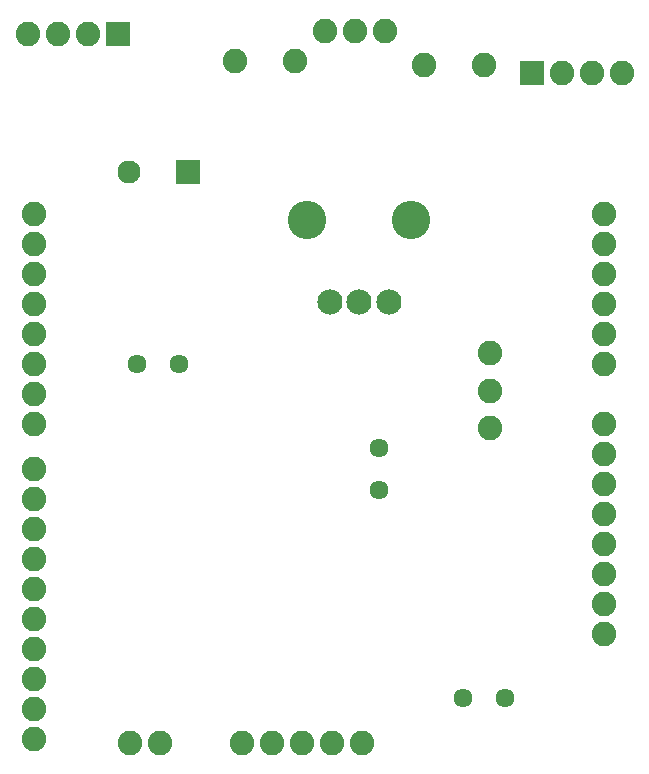
<source format=gbs>
G75*
%MOIN*%
%OFA0B0*%
%FSLAX25Y25*%
%IPPOS*%
%LPD*%
%AMOC8*
5,1,8,0,0,1.08239X$1,22.5*
%
%ADD10C,0.08200*%
%ADD11R,0.07874X0.07874*%
%ADD12C,0.07700*%
%ADD13C,0.06350*%
%ADD14C,0.12800*%
%ADD15C,0.08400*%
%ADD16R,0.08200X0.08200*%
D10*
X0042000Y0102524D03*
X0042000Y0112524D03*
X0042000Y0122524D03*
X0042000Y0132524D03*
X0042000Y0142524D03*
X0042000Y0152524D03*
X0042000Y0162524D03*
X0042000Y0172524D03*
X0042000Y0182524D03*
X0042000Y0192524D03*
X0042000Y0207524D03*
X0042000Y0217524D03*
X0042000Y0227524D03*
X0042000Y0237524D03*
X0042000Y0247524D03*
X0042000Y0257524D03*
X0042000Y0267524D03*
X0042000Y0277524D03*
X0040000Y0337524D03*
X0050000Y0337524D03*
X0060000Y0337524D03*
X0109000Y0328524D03*
X0129000Y0328524D03*
X0139000Y0338524D03*
X0149000Y0338524D03*
X0159000Y0338524D03*
X0172000Y0327024D03*
X0192000Y0327024D03*
X0218000Y0324524D03*
X0228000Y0324524D03*
X0238000Y0324524D03*
X0232000Y0277524D03*
X0232000Y0267524D03*
X0232000Y0257524D03*
X0232000Y0247524D03*
X0232000Y0237524D03*
X0232000Y0227524D03*
X0232000Y0207524D03*
X0232000Y0197524D03*
X0232000Y0187524D03*
X0232000Y0177524D03*
X0232000Y0167524D03*
X0232000Y0157524D03*
X0232000Y0147524D03*
X0232000Y0137524D03*
X0194000Y0206024D03*
X0194000Y0218524D03*
X0194000Y0231024D03*
X0151500Y0101024D03*
X0141500Y0101024D03*
X0131500Y0101024D03*
X0121500Y0101024D03*
X0111500Y0101024D03*
X0084000Y0101024D03*
X0074000Y0101024D03*
D11*
X0093343Y0291524D03*
D12*
X0073657Y0291524D03*
D13*
X0076500Y0227524D03*
X0090500Y0227524D03*
X0157000Y0199524D03*
X0157000Y0185524D03*
X0185000Y0116024D03*
X0199000Y0116024D03*
D14*
X0167823Y0275524D03*
X0133177Y0275524D03*
D15*
X0140657Y0247965D03*
X0150500Y0247965D03*
X0160343Y0247965D03*
D16*
X0208000Y0324524D03*
X0070000Y0337524D03*
M02*

</source>
